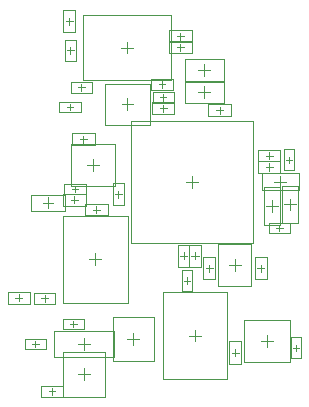
<source format=gbr>
%TF.GenerationSoftware,Altium Limited,Altium Designer,20.2.5 (213)*%
G04 Layer_Color=6740479*
%FSLAX25Y25*%
%MOIN*%
%TF.SameCoordinates,C9AA4840-3426-47ED-90B3-6D3E683A03ED*%
%TF.FilePolarity,Positive*%
%TF.FileFunction,Other,Bottom_Courtyard*%
%TF.Part,Single*%
G01*
G75*
%TA.AperFunction,NonConductor*%
%ADD78C,0.00394*%
%ADD136C,0.00197*%
D78*
X30731Y26000D02*
X34668D01*
X32700Y24032D02*
Y27968D01*
X66632Y79900D02*
X70569D01*
X68600Y77931D02*
Y81868D01*
X49169Y25631D02*
Y29568D01*
X47201Y27600D02*
X51138D01*
X93698Y24899D02*
Y28836D01*
X91729Y26867D02*
X95666D01*
X30731Y15800D02*
X34668D01*
X32700Y13832D02*
Y17768D01*
X45031Y124700D02*
X48968D01*
X47000Y122731D02*
Y126669D01*
X67731Y28691D02*
X71668D01*
X69700Y26723D02*
Y30660D01*
X70832Y117100D02*
X74769D01*
X72800Y115131D02*
Y119069D01*
X83001Y50234D02*
Y54171D01*
X81032Y52202D02*
X84969D01*
X31319Y94100D02*
X33681D01*
X32500Y92919D02*
Y95281D01*
X98148Y78009D02*
Y81946D01*
X96179Y79977D02*
X100117D01*
X99432Y72400D02*
X103368D01*
X101400Y70432D02*
Y74369D01*
X20681Y71180D02*
Y74724D01*
X18909Y72952D02*
X22452D01*
X94400Y83719D02*
Y86081D01*
X93219Y84900D02*
X95581D01*
X68519Y55300D02*
X70881D01*
X69700Y54119D02*
Y56481D01*
X26619Y133500D02*
X28981D01*
X27800Y132319D02*
Y134681D01*
X77900Y102619D02*
Y104981D01*
X76719Y103800D02*
X79081D01*
X64719Y55300D02*
X67081D01*
X65900Y54119D02*
Y56481D01*
X36500Y52163D02*
Y56100D01*
X34532Y54132D02*
X38469D01*
X11000Y40119D02*
Y42481D01*
X9819Y41300D02*
X12181D01*
X29533Y72779D02*
Y75141D01*
X28352Y73960D02*
X30714D01*
X19600Y40017D02*
Y42183D01*
X18517Y41100D02*
X20683D01*
X29700Y76517D02*
Y78683D01*
X28617Y77600D02*
X30783D01*
X47200Y103832D02*
Y107768D01*
X45232Y105800D02*
X49169D01*
X31800Y110317D02*
Y112483D01*
X30717Y111400D02*
X32883D01*
X28000Y103817D02*
Y105983D01*
X26917Y104900D02*
X29083D01*
X29200Y31517D02*
Y33683D01*
X28117Y32600D02*
X30283D01*
X16500Y24817D02*
Y26983D01*
X15417Y25900D02*
X17583D01*
X66017Y47000D02*
X68183D01*
X67100Y45917D02*
Y48083D01*
X22000Y9017D02*
Y11183D01*
X20917Y10100D02*
X23083D01*
X43019Y75800D02*
X45381D01*
X44200Y74619D02*
Y76981D01*
X90419Y51200D02*
X92781D01*
X91600Y50019D02*
Y52381D01*
X64872Y123619D02*
Y125981D01*
X63691Y124800D02*
X66053D01*
X73254Y51200D02*
X75617D01*
X74435Y50019D02*
Y52381D01*
X94400Y87519D02*
Y89881D01*
X93219Y88700D02*
X95581D01*
X27096Y123727D02*
X29261D01*
X28179Y122644D02*
Y124810D01*
X58700Y111317D02*
Y113483D01*
X57617Y112400D02*
X59783D01*
X59100Y107017D02*
Y109183D01*
X58017Y108100D02*
X60183D01*
X102317Y24600D02*
X104483D01*
X103400Y23517D02*
Y25683D01*
X70832Y109900D02*
X74769D01*
X72800Y107931D02*
Y111869D01*
X97800Y63417D02*
Y65583D01*
X96717Y64500D02*
X98883D01*
X100017Y87269D02*
X102183D01*
X101100Y86186D02*
Y88351D01*
X59100Y103319D02*
Y105681D01*
X57919Y104500D02*
X60281D01*
X81919Y23000D02*
X84281D01*
X83100Y21819D02*
Y24181D01*
X35800Y83531D02*
Y87468D01*
X33832Y85500D02*
X37769D01*
X93332Y71896D02*
X97269D01*
X95300Y69928D02*
Y73865D01*
X63691Y128500D02*
X66053D01*
X64872Y127319D02*
Y129681D01*
X35619Y70700D02*
X37981D01*
X36800Y69519D02*
Y71881D01*
D136*
X22661Y21669D02*
Y30331D01*
X42739Y21669D02*
Y30331D01*
X22661Y21669D02*
X42739D01*
X22661Y30331D02*
X42739D01*
X88974Y59526D02*
Y100274D01*
X48226Y59526D02*
Y100274D01*
Y59526D02*
X88974D01*
X48226Y100274D02*
X88974D01*
X42280Y34982D02*
X56059D01*
X42280Y20218D02*
X56059D01*
X42280D02*
Y34982D01*
X56059Y20218D02*
Y34982D01*
X86119Y33757D02*
X101277D01*
X86119Y19978D02*
X101277D01*
Y33757D01*
X86119Y19978D02*
Y33757D01*
X25810Y8221D02*
Y23379D01*
X39590Y8221D02*
Y23379D01*
X25810D02*
X39590D01*
X25810Y8221D02*
X39590D01*
X61567Y113873D02*
Y135527D01*
X32433Y113873D02*
Y135527D01*
X61567D01*
X32433Y113873D02*
X61567D01*
X80330Y14223D02*
Y43160D01*
X59070Y14223D02*
Y43160D01*
Y14223D02*
X80330D01*
X59070Y43160D02*
X80330D01*
X79296Y113360D02*
Y120840D01*
X66304Y113360D02*
Y120840D01*
X79296D01*
X66304Y113360D02*
X79296D01*
X77489Y59289D02*
X88512D01*
X77489Y45116D02*
X88512D01*
X77489D02*
Y59289D01*
X88512Y45116D02*
Y59289D01*
X28760Y92132D02*
Y96069D01*
X36240Y92132D02*
Y96069D01*
X28760Y92132D02*
X36240D01*
X28760Y96069D02*
X36240D01*
X91967Y82733D02*
X104329D01*
X91967Y77221D02*
X104329D01*
Y82733D01*
X91967Y77221D02*
Y82733D01*
X98644Y66219D02*
Y78581D01*
X104156Y66219D02*
Y78581D01*
X98644D02*
X104156D01*
X98644Y66219D02*
X104156D01*
X14972Y75708D02*
X26389D01*
X14972Y70196D02*
X26389D01*
Y75708D01*
X14972Y70196D02*
Y75708D01*
X90660Y86869D02*
X98140D01*
X90660Y82932D02*
X98140D01*
Y86869D01*
X90660Y82932D02*
Y86869D01*
X71668Y51560D02*
Y59040D01*
X67731Y51560D02*
Y59040D01*
Y51560D02*
X71668D01*
X67731Y59040D02*
X71668D01*
X29768Y129760D02*
Y137240D01*
X25831Y129760D02*
Y137240D01*
Y129760D02*
X29768D01*
X25831Y137240D02*
X29768D01*
X74160Y105769D02*
X81640D01*
X74160Y101831D02*
X81640D01*
Y105769D01*
X74160Y101831D02*
Y105769D01*
X67869Y51560D02*
Y59040D01*
X63932Y51560D02*
Y59040D01*
Y51560D02*
X67869D01*
X63932Y59040D02*
X67869D01*
X25673Y68698D02*
X47327D01*
X25673Y39565D02*
X47327D01*
X25673D02*
Y68698D01*
X47327Y39565D02*
Y68698D01*
X7260Y39331D02*
X14740D01*
X7260Y43268D02*
X14740D01*
X7260Y39331D02*
Y43268D01*
X14740Y39331D02*
Y43268D01*
X25793Y71991D02*
X33273D01*
X25793Y75928D02*
X33273D01*
X25793Y71991D02*
Y75928D01*
X33273Y71991D02*
Y75928D01*
X16057Y42872D02*
X23143D01*
X16057Y39328D02*
X23143D01*
Y42872D01*
X16057Y39328D02*
Y42872D01*
X26157Y75828D02*
X33243D01*
X26157Y79372D02*
X33243D01*
X26157Y75828D02*
Y79372D01*
X33243Y75828D02*
Y79372D01*
X39818Y98910D02*
X54582D01*
X39818Y112690D02*
X54582D01*
X39818Y98910D02*
Y112690D01*
X54582Y98910D02*
Y112690D01*
X28257Y113172D02*
X35343D01*
X28257Y109628D02*
X35343D01*
Y113172D01*
X28257Y109628D02*
Y113172D01*
X24457Y103128D02*
X31543D01*
X24457Y106672D02*
X31543D01*
X24457Y103128D02*
Y106672D01*
X31543Y103128D02*
Y106672D01*
X25657Y34372D02*
X32743D01*
X25657Y30828D02*
X32743D01*
Y34372D01*
X25657Y30828D02*
Y34372D01*
X12957Y27672D02*
X20043D01*
X12957Y24128D02*
X20043D01*
Y27672D01*
X12957Y24128D02*
Y27672D01*
X68872Y43457D02*
Y50543D01*
X65328Y43457D02*
Y50543D01*
Y43457D02*
X68872D01*
X65328Y50543D02*
X68872D01*
X18457Y11872D02*
X25543D01*
X18457Y8328D02*
X25543D01*
Y11872D01*
X18457Y8328D02*
Y11872D01*
X46169Y72060D02*
Y79540D01*
X42232Y72060D02*
Y79540D01*
Y72060D02*
X46169D01*
X42232Y79540D02*
X46169D01*
X89631Y47460D02*
Y54940D01*
X93568Y47460D02*
Y54940D01*
X89631D02*
X93568D01*
X89631Y47460D02*
X93568D01*
X61132Y122831D02*
X68612D01*
X61132Y126769D02*
X68612D01*
X61132Y122831D02*
Y126769D01*
X68612Y122831D02*
Y126769D01*
X76404Y47460D02*
Y54940D01*
X72467Y47460D02*
Y54940D01*
Y47460D02*
X76404D01*
X72467Y54940D02*
X76404D01*
X90660Y86731D02*
X98140D01*
X90660Y90668D02*
X98140D01*
X90660Y86731D02*
Y90668D01*
X98140Y86731D02*
Y90668D01*
X26407Y120184D02*
Y127270D01*
X29950Y120184D02*
Y127270D01*
X26407D02*
X29950D01*
X26407Y120184D02*
X29950D01*
X55157Y110628D02*
X62243D01*
X55157Y114172D02*
X62243D01*
X55157Y110628D02*
Y114172D01*
X62243Y110628D02*
Y114172D01*
X55557Y109872D02*
X62643D01*
X55557Y106328D02*
X62643D01*
Y109872D01*
X55557Y106328D02*
Y109872D01*
X101628Y21057D02*
Y28143D01*
X105172Y21057D02*
Y28143D01*
X101628D02*
X105172D01*
X101628Y21057D02*
X105172D01*
X79296Y106160D02*
Y113640D01*
X66304Y106160D02*
Y113640D01*
X79296D01*
X66304Y106160D02*
X79296D01*
X94257Y62728D02*
X101343D01*
X94257Y66272D02*
X101343D01*
X94257Y62728D02*
Y66272D01*
X101343Y62728D02*
Y66272D01*
X102872Y83725D02*
Y90812D01*
X99328Y83725D02*
Y90812D01*
Y83725D02*
X102872D01*
X99328Y90812D02*
X102872D01*
X55360Y106468D02*
X62840D01*
X55360Y102532D02*
X62840D01*
Y106468D01*
X55360Y102532D02*
Y106468D01*
X85069Y19260D02*
Y26740D01*
X81132Y19260D02*
Y26740D01*
Y19260D02*
X85069D01*
X81132Y26740D02*
X85069D01*
X28418Y78610D02*
X43182D01*
X28418Y92390D02*
X43182D01*
X28418Y78610D02*
Y92390D01*
X43182Y78610D02*
Y92390D01*
X98056Y65715D02*
Y78077D01*
X92544Y65715D02*
Y78077D01*
Y65715D02*
X98056D01*
X92544Y78077D02*
X98056D01*
X68612Y126532D02*
Y130468D01*
X61132Y126532D02*
Y130468D01*
X68612D01*
X61132Y126532D02*
X68612D01*
X33060Y68731D02*
Y72668D01*
X40540Y68731D02*
Y72668D01*
X33060Y68731D02*
X40540D01*
X33060Y72668D02*
X40540D01*
%TF.MD5,010eb77602c565d5cbab19b8e3cd450a*%
M02*

</source>
